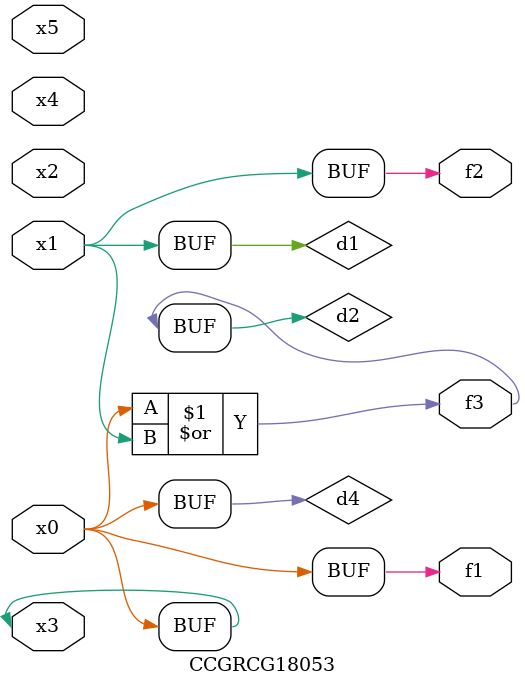
<source format=v>
module CCGRCG18053(
	input x0, x1, x2, x3, x4, x5,
	output f1, f2, f3
);

	wire d1, d2, d3, d4;

	and (d1, x1);
	or (d2, x0, x1);
	nand (d3, x0, x5);
	buf (d4, x0, x3);
	assign f1 = d4;
	assign f2 = d1;
	assign f3 = d2;
endmodule

</source>
